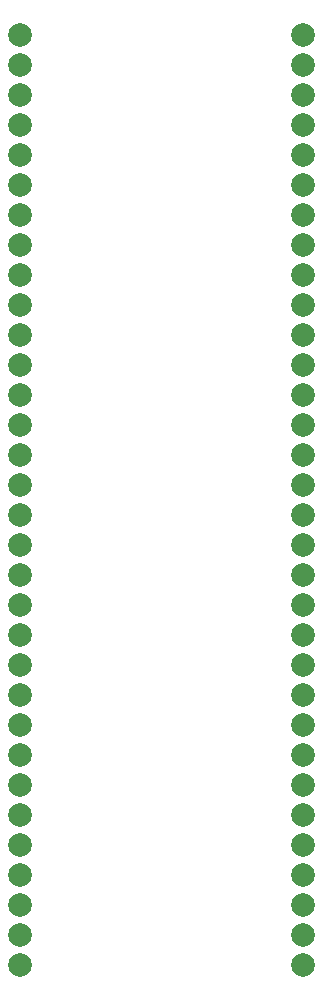
<source format=gbs>
G04*
G04 #@! TF.GenerationSoftware,Altium Limited,Altium Designer,23.11.1 (41)*
G04*
G04 Layer_Color=16711935*
%FSLAX44Y44*%
%MOMM*%
G71*
G04*
G04 #@! TF.SameCoordinates,11E07B4A-1F4E-4BC8-8AC4-A4D7A99C9414*
G04*
G04*
G04 #@! TF.FilePolarity,Negative*
G04*
G01*
G75*
%ADD17C,2.0032*%
D17*
X266000Y785600D02*
D03*
Y633200D02*
D03*
Y658600D02*
D03*
Y811000D02*
D03*
Y709400D02*
D03*
Y734800D02*
D03*
Y760200D02*
D03*
Y684000D02*
D03*
X26000Y455400D02*
D03*
Y379200D02*
D03*
Y404600D02*
D03*
Y430000D02*
D03*
Y328400D02*
D03*
Y480800D02*
D03*
Y506200D02*
D03*
Y531600D02*
D03*
Y557000D02*
D03*
Y582400D02*
D03*
Y607800D02*
D03*
Y353800D02*
D03*
Y150600D02*
D03*
Y74400D02*
D03*
Y99800D02*
D03*
Y125200D02*
D03*
Y23600D02*
D03*
Y176000D02*
D03*
Y201400D02*
D03*
Y226800D02*
D03*
Y252200D02*
D03*
Y277600D02*
D03*
Y303000D02*
D03*
Y49000D02*
D03*
Y760200D02*
D03*
Y684000D02*
D03*
Y709400D02*
D03*
Y734800D02*
D03*
Y633200D02*
D03*
Y785600D02*
D03*
Y811000D02*
D03*
Y658600D02*
D03*
X266000Y582400D02*
D03*
Y328400D02*
D03*
Y353800D02*
D03*
Y379200D02*
D03*
Y404600D02*
D03*
Y430000D02*
D03*
Y455400D02*
D03*
Y607800D02*
D03*
Y506200D02*
D03*
Y531600D02*
D03*
Y557000D02*
D03*
Y480800D02*
D03*
Y277600D02*
D03*
Y23600D02*
D03*
Y49000D02*
D03*
Y74400D02*
D03*
Y99800D02*
D03*
Y125200D02*
D03*
Y150600D02*
D03*
Y303000D02*
D03*
Y201400D02*
D03*
Y226800D02*
D03*
Y252200D02*
D03*
Y176000D02*
D03*
M02*

</source>
